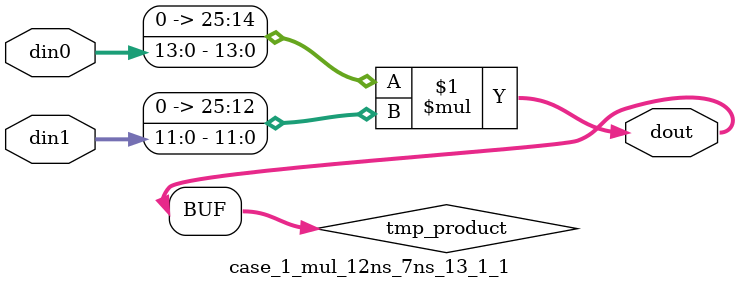
<source format=v>

`timescale 1 ns / 1 ps

 (* use_dsp = "no" *)  module case_1_mul_12ns_7ns_13_1_1(din0, din1, dout);
parameter ID = 1;
parameter NUM_STAGE = 0;
parameter din0_WIDTH = 14;
parameter din1_WIDTH = 12;
parameter dout_WIDTH = 26;

input [din0_WIDTH - 1 : 0] din0; 
input [din1_WIDTH - 1 : 0] din1; 
output [dout_WIDTH - 1 : 0] dout;

wire signed [dout_WIDTH - 1 : 0] tmp_product;
























assign tmp_product = $signed({1'b0, din0}) * $signed({1'b0, din1});











assign dout = tmp_product;





















endmodule

</source>
